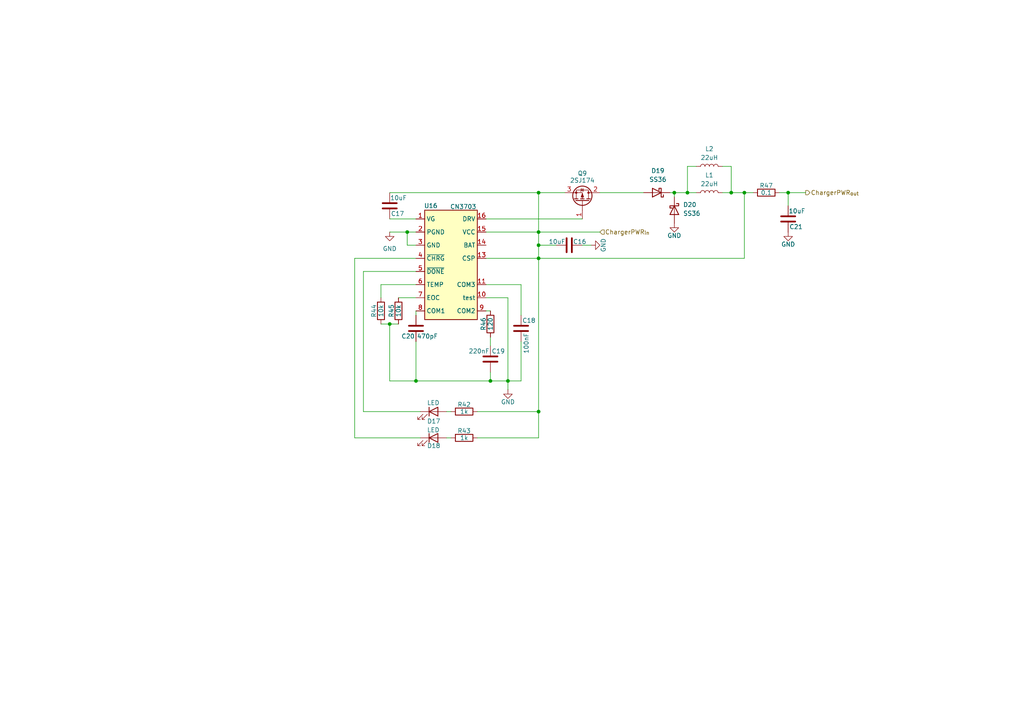
<source format=kicad_sch>
(kicad_sch (version 20250114) (generator "eeschema") (generator_version "9.0")
  (paper "A4")
  (title_block (title "ESP-12 Circuit for Pressure control") (date "2025-09-07") (rev "v1.0") (company "Metanoia") (comment 1 "designed by Mohamed U3"))
  (lib_symbols
    (symbol "Battery_Management:CN3703"
      (property "Reference" "U" (at -6.604 16.764 0))
      (property "Value" "CN3703" (at 3.556 16.764 0))
      (symbol "CN3703_0_1"
        (rectangle (start -7.62 15.24) (end 7.62 -16.51) (stroke (width 0.254)) (fill (type background)))
      )
      (symbol "CN3703_1_1"
        (pin passive line (at -10.16 12.7 0) (length 2.54) (name "VG") (number "1"))
        (pin passive line (at -10.16 8.89 0) (length 2.54) (name "PGND") (number "2"))
        (pin power_in line (at -10.16 5.08 0) (length 2.54) (name "GND") (number "3"))
        (pin passive line (at -10.16 1.27 0) (length 2.54) (name "~{CHRG}") (number "4"))
        (pin passive line (at -10.16 -2.54 0) (length 2.54) (name "~{DONE}") (number "5"))
        (pin input line (at -10.16 -6.35 0) (length 2.54) (name "TEMP") (number "6"))
        (pin passive line (at -10.16 -10.16 0) (length 2.54) (name "EOC") (number "7"))
        (pin passive line (at -10.16 -13.97 0) (length 2.54) (name "COM1") (number "8"))
        (pin output line (at 10.16 12.7 180) (length 2.54) (name "DRV") (number "16"))
        (pin power_in line (at 10.16 8.89 180) (length 2.54) (name "VCC") (number "15"))
        (pin passive line (at 10.16 5.08 180) (length 2.54) (name "BAT") (number "14"))
        (pin passive line (at 10.16 1.27 180) (length 2.54) (name "CSP") (number "13"))
        (pin no_connect line (at 10.16 -2.54 180) (length 2.54) (hide yes) (name "NC") (number "12"))
        (pin passive line (at 10.16 -6.35 180) (length 2.54) (name "COM3") (number "11"))
        (pin passive line (at 10.16 -10.16 180) (length 2.54) (name "test") (number "10"))
        (pin passive line (at 10.16 -13.97 180) (length 2.54) (name "COM2") (number "9"))
      )
    )
    (symbol "Device:C" (pin_numbers (hide yes)) (pin_names (offset 0.254))
      (property "Reference" "C" (at 0.635 2.54 0))
      (property "Value" "C" (at 0.635 -2.54 0))
      (symbol "C_0_1"
        (polyline (pts (xy -2.032 0.762) (xy 2.032 0.762)) (stroke (width 0.508)))
        (polyline (pts (xy -2.032 -0.762) (xy 2.032 -0.762)) (stroke (width 0.508)))
      )
      (symbol "C_1_1"
        (pin passive line (at 0 3.81 270) (length 2.794) (name "~") (number "1"))
        (pin passive line (at 0 -3.81 90) (length 2.794) (name "~") (number "2"))
      )
    )
    (symbol "Device:L" (pin_numbers (hide yes)) (pin_names (offset 1.016) (hide yes))
      (property "Reference" "L" (at -1.27 0 90))
      (property "Value" "L" (at 1.905 0 90))
      (symbol "L_0_1"
        (arc (start 0 2.54) (mid 0.6323 1.905) (end 0 1.27))
        (arc (start 0 1.27) (mid 0.6323 0.635) (end 0 0))
        (arc (start 0 0) (mid 0.6323 -0.635) (end 0 -1.27))
        (arc (start 0 -1.27) (mid 0.6323 -1.905) (end 0 -2.54))
      )
      (symbol "L_1_1"
        (pin passive line (at 0 3.81 270) (length 1.27) (name "1") (number "1"))
        (pin passive line (at 0 -3.81 90) (length 1.27) (name "2") (number "2"))
      )
    )
    (symbol "Device:LED" (pin_numbers (hide yes)) (pin_names (offset 1.016) (hide yes))
      (property "Reference" "D" (at 0 2.54 0))
      (property "Value" "LED" (at 0 -2.54 0))
      (symbol "LED_0_1"
        (polyline (pts (xy -3.048 -0.762) (xy -4.572 -2.286) (xy -3.81 -2.286) (xy -4.572 -2.286) (xy -4.572 -1.524)))
        (polyline (pts (xy -1.778 -0.762) (xy -3.302 -2.286) (xy -2.54 -2.286) (xy -3.302 -2.286) (xy -3.302 -1.524)))
        (polyline (pts (xy -1.27 0) (xy 1.27 0)))
        (polyline (pts (xy -1.27 -1.27) (xy -1.27 1.27)) (stroke (width 0.254)))
        (polyline (pts (xy 1.27 -1.27) (xy 1.27 1.27) (xy -1.27 0) (xy 1.27 -1.27)) (stroke (width 0.254)))
      )
      (symbol "LED_1_1"
        (pin passive line (at -3.81 0 0) (length 2.54) (name "K") (number "1"))
        (pin passive line (at 3.81 0 180) (length 2.54) (name "A") (number "2"))
      )
    )
    (symbol "Device:R" (pin_numbers (hide yes)) (pin_names (offset 0))
      (property "Reference" "R" (at 2.032 0 90))
      (property "Value" "R" (at 0 0 90))
      (symbol "R_0_1"
        (rectangle (start -1.016 -2.54) (end 1.016 2.54) (stroke (width 0.254)))
      )
      (symbol "R_1_1"
        (pin passive line (at 0 3.81 270) (length 1.27) (name "~") (number "1"))
        (pin passive line (at 0 -3.81 90) (length 1.27) (name "~") (number "2"))
      )
    )
    (symbol "Diode:SS36" (pin_numbers (hide yes)) (pin_names (offset 1.016) (hide yes))
      (property "Reference" "D" (at 0 2.54 0))
      (property "Value" "SS36" (at 0 -2.54 0))
      (symbol "SS36_0_1"
        (polyline (pts (xy -1.905 0.635) (xy -1.905 1.27) (xy -1.27 1.27) (xy -1.27 -1.27) (xy -0.635 -1.27) (xy -0.635 -0.635)) (stroke (width 0.254)))
        (polyline (pts (xy 1.27 1.27) (xy 1.27 -1.27) (xy -1.27 0) (xy 1.27 1.27)) (stroke (width 0.254)))
        (polyline (pts (xy 1.27 0) (xy -1.27 0)))
      )
      (symbol "SS36_1_1"
        (pin passive line (at -3.81 0 0) (length 2.54) (name "K") (number "1"))
        (pin passive line (at 3.81 0 180) (length 2.54) (name "A") (number "2"))
      )
    )
    (symbol "Transistor_FET:2SJ174" (pin_names (hide yes))
      (property "Reference" "Q" (at 5.08 1.905 0))
      (property "Value" "2SJ174" (at 5.08 0 0))
      (symbol "2SJ174_0_1"
        (polyline (pts (xy 0.254 1.905) (xy 0.254 -1.905)) (stroke (width 0.254)))
        (polyline (pts (xy 0.254 0) (xy -2.54 0)))
        (polyline (pts (xy 0.762 2.286) (xy 0.762 1.27)) (stroke (width 0.254)))
        (polyline (pts (xy 0.762 1.778) (xy 3.302 1.778) (xy 3.302 -1.778) (xy 0.762 -1.778)))
        (polyline (pts (xy 0.762 0.508) (xy 0.762 -0.508)) (stroke (width 0.254)))
        (polyline (pts (xy 0.762 -1.27) (xy 0.762 -2.286)) (stroke (width 0.254)))
        (circle (center 1.651 0) (radius 2.794) (stroke (width 0.254)))
        (polyline (pts (xy 2.286 0) (xy 1.27 0.381) (xy 1.27 -0.381) (xy 2.286 0)) (fill (type outline)))
        (polyline (pts (xy 2.54 2.54) (xy 2.54 1.778)))
        (circle (center 2.54 1.778) (radius 0.254) (fill (type outline)))
        (circle (center 2.54 -1.778) (radius 0.254) (fill (type outline)))
        (polyline (pts (xy 2.54 -2.54) (xy 2.54 0) (xy 0.762 0)))
        (polyline (pts (xy 2.794 -0.508) (xy 2.921 -0.381) (xy 3.683 -0.381) (xy 3.81 -0.254)))
        (polyline (pts (xy 3.302 -0.381) (xy 2.921 0.254) (xy 3.683 0.254) (xy 3.302 -0.381)))
      )
      (symbol "2SJ174_1_1"
        (pin input line (at -5.08 0 0) (length 2.54) (name "G") (number "1"))
        (pin passive line (at 2.54 5.08 270) (length 2.54) (name "D") (number "2"))
        (pin passive line (at 2.54 -5.08 90) (length 2.54) (name "S") (number "3"))
      )
    )
    (symbol "power:GND" (power) (pin_numbers (hide yes)) (pin_names (offset 0) (hide yes))
      (property "Value" "GND" (at 0 -3.81 0))
      (symbol "GND_0_1"
        (polyline (pts (xy 0 0) (xy 0 -1.27) (xy 1.27 -1.27) (xy 0 -2.54) (xy -1.27 -1.27) (xy 0 -1.27)))
      )
      (symbol "GND_1_1"
        (pin power_in line (at 0 0 270) (length 0) (name "~") (number "1"))
      )
    )
  )
  (junction (at 212.09 55.88))
  (junction (at 215.9 55.88))
  (junction (at 120.65 110.49))
  (junction (at 156.21 74.93))
  (junction (at 199.39 55.88))
  (junction (at 113.03 93.98))
  (junction (at 156.21 71.12))
  (junction (at 156.21 67.31))
  (junction (at 228.6 55.88))
  (junction (at 142.24 110.49))
  (junction (at 156.21 55.88))
  (junction (at 118.11 67.31))
  (junction (at 156.21 119.38))
  (junction (at 195.58 55.88))
  (junction (at 147.32 110.49))
  (wire (pts (xy 142.24 100.33) (xy 142.24 97.79)))
  (wire (pts (xy 118.11 67.31) (xy 113.03 67.31)))
  (wire (pts (xy 121.92 119.38) (xy 105.41 119.38)))
  (wire (pts (xy 199.39 48.26) (xy 201.93 48.26)))
  (wire (pts (xy 138.43 127) (xy 156.21 127)))
  (wire (pts (xy 113.03 63.5) (xy 120.65 63.5)))
  (wire (pts (xy 140.97 67.31) (xy 156.21 67.31)))
  (wire (pts (xy 228.6 55.88) (xy 233.68 55.88)))
  (wire (pts (xy 215.9 55.88) (xy 218.44 55.88)))
  (wire (pts (xy 151.13 82.55) (xy 140.97 82.55)))
  (wire (pts (xy 156.21 55.88) (xy 156.21 67.31)))
  (wire (pts (xy 195.58 55.88) (xy 199.39 55.88)))
  (wire (pts (xy 156.21 67.31) (xy 173.99 67.31)))
  (wire (pts (xy 151.13 110.49) (xy 147.32 110.49)))
  (wire (pts (xy 147.32 86.36) (xy 147.32 110.49)))
  (wire (pts (xy 156.21 74.93) (xy 156.21 71.12)))
  (wire (pts (xy 130.81 119.38) (xy 129.54 119.38)))
  (wire (pts (xy 113.03 110.49) (xy 120.65 110.49)))
  (wire (pts (xy 151.13 99.06) (xy 151.13 110.49)))
  (wire (pts (xy 102.87 74.93) (xy 102.87 127)))
  (wire (pts (xy 212.09 55.88) (xy 215.9 55.88)))
  (wire (pts (xy 171.45 71.12) (xy 168.91 71.12)))
  (wire (pts (xy 102.87 74.93) (xy 120.65 74.93)))
  (wire (pts (xy 195.58 55.88) (xy 194.31 55.88)))
  (wire (pts (xy 105.41 78.74) (xy 120.65 78.74)))
  (wire (pts (xy 142.24 110.49) (xy 142.24 107.95)))
  (wire (pts (xy 142.24 110.49) (xy 147.32 110.49)))
  (wire (pts (xy 140.97 63.5) (xy 168.91 63.5)))
  (wire (pts (xy 156.21 74.93) (xy 156.21 119.38)))
  (wire (pts (xy 212.09 48.26) (xy 212.09 55.88)))
  (wire (pts (xy 113.03 93.98) (xy 115.57 93.98)))
  (wire (pts (xy 140.97 74.93) (xy 156.21 74.93)))
  (wire (pts (xy 118.11 71.12) (xy 118.11 67.31)))
  (wire (pts (xy 105.41 78.74) (xy 105.41 119.38)))
  (wire (pts (xy 113.03 55.88) (xy 156.21 55.88)))
  (wire (pts (xy 120.65 67.31) (xy 118.11 67.31)))
  (wire (pts (xy 151.13 91.44) (xy 151.13 82.55)))
  (wire (pts (xy 156.21 127) (xy 156.21 119.38)))
  (wire (pts (xy 120.65 99.06) (xy 120.65 110.49)))
  (wire (pts (xy 156.21 67.31) (xy 156.21 71.12)))
  (wire (pts (xy 173.99 55.88) (xy 186.69 55.88)))
  (wire (pts (xy 120.65 90.17) (xy 120.65 91.44)))
  (wire (pts (xy 215.9 74.93) (xy 215.9 55.88)))
  (wire (pts (xy 228.6 59.69) (xy 228.6 55.88)))
  (wire (pts (xy 226.06 55.88) (xy 228.6 55.88)))
  (wire (pts (xy 142.24 90.17) (xy 140.97 90.17)))
  (wire (pts (xy 113.03 93.98) (xy 113.03 110.49)))
  (wire (pts (xy 195.58 57.15) (xy 195.58 55.88)))
  (wire (pts (xy 130.81 127) (xy 129.54 127)))
  (wire (pts (xy 212.09 48.26) (xy 209.55 48.26)))
  (wire (pts (xy 199.39 48.26) (xy 199.39 55.88)))
  (wire (pts (xy 140.97 86.36) (xy 147.32 86.36)))
  (wire (pts (xy 115.57 86.36) (xy 120.65 86.36)))
  (wire (pts (xy 110.49 82.55) (xy 110.49 86.36)))
  (wire (pts (xy 110.49 93.98) (xy 113.03 93.98)))
  (wire (pts (xy 156.21 74.93) (xy 215.9 74.93)))
  (wire (pts (xy 147.32 113.03) (xy 147.32 110.49)))
  (wire (pts (xy 156.21 55.88) (xy 163.83 55.88)))
  (wire (pts (xy 121.92 127) (xy 102.87 127)))
  (wire (pts (xy 209.55 55.88) (xy 212.09 55.88)))
  (wire (pts (xy 120.65 110.49) (xy 142.24 110.49)))
  (wire (pts (xy 199.39 55.88) (xy 201.93 55.88)))
  (wire (pts (xy 138.43 119.38) (xy 156.21 119.38)))
  (wire (pts (xy 120.65 71.12) (xy 118.11 71.12)))
  (wire (pts (xy 161.29 71.12) (xy 156.21 71.12)))
  (wire (pts (xy 120.65 82.55) (xy 110.49 82.55)))
  (hierarchical_label "ChargerPWR_{in}" (shape input) (at 173.99 67.31 0))
  (hierarchical_label "ChargerPWR_{out}" (shape output) (at 233.68 55.88 0))
  (symbol (lib_id "Diode:SS36") (at 190.5 55.88 180) (unit 1)
    (property "Reference" "D19" (at 190.8175 49.53 0))
    (property "Value" "SS36" (at 190.8175 52.07 0))
    (property "Footprint" "Diode_SMD:D_SMA" (effects (hide yes)))
    (property "Datasheet" "https://www.vishay.com/docs/88751/ss32.pdf" (effects (hide yes)))
    (property "Description" "60V 3A Schottky Diode, SMA" (effects (hide yes)))
    (property "LINK" "https://makerselectronics.com/product/ss36-sma-schottky-barrier-diodes-sbd-smd-60v-single-0-7v3a-3a" (effects (hide yes)))
  )
  (symbol (lib_id "Device:LED") (at 125.73 127 0) (unit 1)
    (property "Reference" "D18" (at 127.762 129.286 0) (effects (justify right)))
    (property "Value" "LED" (at 127.508 124.714 0) (effects (justify right)))
    (property "Footprint" "LED_SMD:LED_1206_3216Metric" (effects (hide yes)))
    (property "Description" "Light emitting diode" (effects (hide yes)))
    (property "Sim.Pins" "1=K 2=A" (effects (hide yes)))
    (property "LINK" "https://makerselectronics.com/product/smd-led-red-1206" (effects (hide yes)))
  )
  (symbol (lib_id "Device:R") (at 110.49 90.17 0) (unit 1)
    (property "Reference" "R44" (at 108.458 90.17 90))
    (property "Value" "10k" (at 110.49 90.17 90))
    (property "Footprint" "Resistor_SMD:R_1206_3216Metric_Pad1.30x1.75mm_HandSolder" (effects (hide yes)))
    (property "Description" "Resistor" (effects (hide yes)))
    (property "LINK" "https://makerselectronics.com/product/chip-resistor-smd-10kω-±1-250mw-1206" (effects (hide yes)))
  )
  (symbol (lib_id "Device:R") (at 134.62 127 90) (unit 1)
    (property "Reference" "R43" (at 134.62 124.968 90))
    (property "Value" "1k" (at 134.62 127 90))
    (property "Footprint" "Resistor_SMD:R_1206_3216Metric_Pad1.30x1.75mm_HandSolder" (effects (hide yes)))
    (property "Description" "Resistor" (effects (hide yes)))
    (property "LINK" "https://makerselectronics.com/product/chip-resistor-smd-1kω-±5-0-25w-±100ppm-℃-1206-chip" (effects (hide yes)))
  )
  (symbol (lib_id "power:GND") (at 228.6 67.31 0) (unit 1)
    (property "Reference" "#PWR048" (effects (hide yes)))
    (property "Value" "GND" (at 228.6 70.866 0))
    (property "Description" "Power symbol creates a global label with name \"GND\" , ground" (effects (hide yes)))
  )
  (symbol (lib_id "power:GND") (at 171.45 71.12 90) (unit 1)
    (property "Reference" "#PWR052" (effects (hide yes)))
    (property "Value" "GND" (at 175.006 71.12 0))
    (property "Description" "Power symbol creates a global label with name \"GND\" , ground" (effects (hide yes)))
  )
  (symbol (lib_id "power:GND") (at 195.58 64.77 0) (unit 1)
    (property "Reference" "#PWR056" (effects (hide yes)))
    (property "Value" "GND" (at 195.58 68.326 0))
    (property "Description" "Power symbol creates a global label with name \"GND\" , ground" (effects (hide yes)))
  )
  (symbol (lib_id "Device:C") (at 165.1 71.12 270) (unit 1)
    (property "Reference" "C16" (at 168.148 70.104 90))
    (property "Value" "10uF" (at 161.544 70.104 90))
    (property "Footprint" "Capacitor_THT:C_Radial_D5.0mm_H5.0mm_P2.00mm" (effects (hide yes)))
    (property "Description" "Unpolarized capacitor" (effects (hide yes)))
    (property "LINK" "https://makerselectronics.com/product/capacitor-10uf-50v" (effects (hide yes)))
  )
  (symbol (lib_id "Device:R") (at 222.25 55.88 270) (unit 1)
    (property "Reference" "R47" (at 222.25 53.848 90))
    (property "Value" "0.1" (at 222.25 55.88 90))
    (property "Footprint" "Resistor_SMD:R_2512_6332Metric_Pad1.40x3.35mm_HandSolder" (effects (hide yes)))
    (property "Description" "Resistor" (effects (hide yes)))
    (property "LINK" "https://uge-one.com/product/2512-smd-alloy-power-shunt-resistors-1w-6-4x3-2mm-0-1-ohm-smd-marking-r100" (effects (hide yes)))
  )
  (symbol (lib_id "Device:C") (at 142.24 104.14 180) (unit 1)
    (property "Reference" "C19" (at 144.526 101.854 0))
    (property "Value" "220nF" (at 138.938 101.854 0))
    (property "Footprint" "Capacitor_THT:C_Disc_D3.0mm_W2.0mm_P2.50mm" (effects (hide yes)))
    (property "Description" "Unpolarized capacitor" (effects (hide yes)))
    (property "LINK" "https://makerselectronics.com/product/ceramic-capacitor-220nf-50v" (effects (hide yes)))
  )
  (symbol (lib_id "Diode:SS36") (at 195.58 60.96 270) (unit 1)
    (property "Reference" "D20" (at 198.12 59.3724 90) (effects (justify left)))
    (property "Value" "SS36" (at 198.12 61.9124 90) (effects (justify left)))
    (property "Footprint" "Diode_SMD:D_SMA" (effects (hide yes)))
    (property "Datasheet" "https://www.vishay.com/docs/88751/ss32.pdf" (effects (hide yes)))
    (property "Description" "60V 3A Schottky Diode, SMA" (effects (hide yes)))
    (property "LINK" "https://makerselectronics.com/product/ss36-sma-schottky-barrier-diodes-sbd-smd-60v-single-0-7v3a-3a" (effects (hide yes)))
  )
  (symbol (lib_id "Device:LED") (at 125.73 119.38 0) (unit 1)
    (property "Reference" "D17" (at 127.762 122.174 0) (effects (justify right)))
    (property "Value" "LED" (at 127.508 116.84 0) (effects (justify right)))
    (property "Footprint" "LED_SMD:LED_1206_3216Metric" (effects (hide yes)))
    (property "Description" "Light emitting diode" (effects (hide yes)))
    (property "Sim.Pins" "1=K 2=A" (effects (hide yes)))
    (property "LINK" "https://makerselectronics.com/product/smd-led-red-1206" (effects (hide yes)))
  )
  (symbol (lib_id "Device:L") (at 205.74 55.88 90) (unit 1)
    (property "Reference" "L1" (at 205.74 50.8 90))
    (property "Value" "22uH" (at 205.74 53.34 90))
    (property "Footprint" "Inductor_SMD:L_12x12mm_H4.5mm" (effects (hide yes)))
    (property "Datasheet" "https://www.lcsc.com/datasheet/C171595.pdf" (effects (hide yes)))
    (property "Description" "Inductor" (effects (hide yes)))
    (property "LINK" "https://makerselectronics.com/product/cdrh124-smd-pwr-fixed-inductors-22u" (effects (hide yes)))
  )
  (symbol (lib_id "power:GND") (at 147.32 113.03 0) (unit 1)
    (property "Reference" "#PWR050" (effects (hide yes)))
    (property "Value" "GND" (at 147.32 116.586 0))
    (property "Description" "Power symbol creates a global label with name \"GND\" , ground" (effects (hide yes)))
  )
  (symbol (lib_id "Transistor_FET:2SJ174") (at 168.91 58.42 270) (mirror x) (unit 1)
    (property "Reference" "Q9" (at 168.91 50.292 90))
    (property "Value" "2SJ174" (at 168.91 52.324 90))
    (property "Footprint" "Package_TO_SOT_THT:TO-220-3_Vertical" (effects (hide yes)))
    (property "Datasheet" "https://makerselectronics.com/wp-content/uploads/2024/01/2SJ174.pdf" (effects (hide yes)))
    (property "Description" "-30A Id, - 60V Vds, 60mOhm Rds, P-Channel HEXFET Power MOSFET, TO-220" (effects (hide yes)))
    (property "LINK" "https://makerselectronics.com/product/2sj174-p-channel-mosfet-transistor" (effects (hide yes)))
  )
  (symbol (lib_id "Device:R") (at 142.24 93.98 180) (unit 1)
    (property "Reference" "R46" (at 140.208 93.98 90))
    (property "Value" "120" (at 142.24 93.98 90))
    (property "Footprint" "Resistor_SMD:R_1206_3216Metric_Pad1.30x1.75mm_HandSolder" (effects (hide yes)))
    (property "Description" "Resistor" (effects (hide yes)))
    (property "LINK" "https://free-electronic.com/product/smd-resistor-120-ohm-1-4w" (effects (hide yes)))
  )
  (symbol (lib_id "Device:C") (at 120.65 95.25 180) (unit 1)
    (property "Reference" "C20" (at 118.364 97.536 0))
    (property "Value" "470pF" (at 123.952 97.536 0))
    (property "Footprint" "Capacitor_THT:C_Disc_D3.0mm_W2.0mm_P2.50mm" (effects (hide yes)))
    (property "Description" "Unpolarized capacitor" (effects (hide yes)))
    (property "LINK" "https://makerselectronics.com/product/ceramic-capacitor-100nf-50v" (effects (hide yes)))
  )
  (symbol (lib_id "Device:C") (at 113.03 59.69 180) (unit 1)
    (property "Reference" "C17" (at 115.316 61.976 0))
    (property "Value" "10uF" (at 115.57 57.404 0))
    (property "Footprint" "Capacitor_THT:C_Radial_D5.0mm_H5.0mm_P2.00mm" (effects (hide yes)))
    (property "Description" "Unpolarized capacitor" (effects (hide yes)))
    (property "LINK" "https://makerselectronics.com/product/capacitor-10uf-50v" (effects (hide yes)))
  )
  (symbol (lib_id "Device:C") (at 151.13 95.25 180) (unit 1)
    (property "Reference" "C18" (at 153.416 92.964 0))
    (property "Value" "100nF" (at 152.654 99.568 90))
    (property "Footprint" "Capacitor_THT:C_Disc_D3.0mm_W2.0mm_P2.50mm" (effects (hide yes)))
    (property "Description" "Unpolarized capacitor" (effects (hide yes)))
    (property "LINK" "https://makerselectronics.com/product/ceramic-capacitor-100nf-50v" (effects (hide yes)))
  )
  (symbol (lib_id "power:GND") (at 113.03 67.31 0) (unit 1)
    (property "Reference" "#PWR023" (effects (hide yes)))
    (property "Value" "GND" (at 113.03 72.136 0))
    (property "Description" "Power symbol creates a global label with name \"GND\" , ground" (effects (hide yes)))
  )
  (symbol (lib_id "Device:C") (at 228.6 63.5 180) (unit 1)
    (property "Reference" "C21" (at 230.886 65.786 0))
    (property "Value" "10uF" (at 231.14 61.214 0))
    (property "Footprint" "Capacitor_THT:C_Radial_D5.0mm_H5.0mm_P2.00mm" (effects (hide yes)))
    (property "Description" "Unpolarized capacitor" (effects (hide yes)))
    (property "LINK" "https://makerselectronics.com/product/capacitor-10uf-50v" (effects (hide yes)))
  )
  (symbol (lib_id "Device:R") (at 134.62 119.38 90) (unit 1)
    (property "Reference" "R42" (at 134.62 117.348 90))
    (property "Value" "1k" (at 134.62 119.38 90))
    (property "Footprint" "Resistor_SMD:R_1206_3216Metric_Pad1.30x1.75mm_HandSolder" (effects (hide yes)))
    (property "Description" "Resistor" (effects (hide yes)))
    (property "LINK" "https://makerselectronics.com/product/chip-resistor-smd-1kω-±5-0-25w-±100ppm-℃-1206-chip" (effects (hide yes)))
  )
  (symbol (lib_id "Device:L") (at 205.74 48.26 90) (unit 1)
    (property "Reference" "L2" (at 205.74 43.18 90))
    (property "Value" "22uH" (at 205.74 45.72 90))
    (property "Footprint" "Inductor_SMD:L_12x12mm_H4.5mm" (effects (hide yes)))
    (property "Datasheet" "https://www.lcsc.com/datasheet/C171595.pdf" (effects (hide yes)))
    (property "Description" "Inductor" (effects (hide yes)))
    (property "LINK" "https://makerselectronics.com/product/cdrh124-smd-pwr-fixed-inductors-22u" (effects (hide yes)))
  )
  (symbol (lib_id "Battery_Management:CN3703") (at 130.81 76.2 0) (unit 1)
    (property "Reference" "U16" (at 124.968 59.69 0))
    (property "Value" "CN3703" (at 134.366 59.944 0))
    (property "Footprint" "Package_SO:TSSOP-16_4.4x5mm_P0.65mm" (effects (hide yes)))
    (property "Datasheet" "https://www.adrirobot.it/wp-content/uploads/2020/02/CN3703-5A-Standalone-Li-ion-Battery-Charger.pdf" (effects (hide yes)))
    (property "Description" "5A, Standalone Li-ion Battery Charger" (effects (hide yes)))
    (property "LINK" "https://uge-one.com/product/cn3703-5a-3-cell-standalone-li-ion-battery-charger-ic-smd-tssop16/?srsltid=AfmBOooGyWEGsuAoPDr3BaAlhLavByLHRlA6OxYudvvxmw3HCuPaKAb9" (effects (hide yes)))
  )
  (symbol (lib_id "Device:R") (at 115.57 90.17 0) (unit 1)
    (property "Reference" "R45" (at 113.538 90.17 90))
    (property "Value" "10k" (at 115.57 90.17 90))
    (property "Footprint" "Resistor_SMD:R_1206_3216Metric_Pad1.30x1.75mm_HandSolder" (effects (hide yes)))
    (property "Description" "Resistor" (effects (hide yes)))
    (property "LINK" "https://makerselectronics.com/product/chip-resistor-smd-10kω-±1-250mw-1206" (effects (hide yes)))
  )
)
</source>
